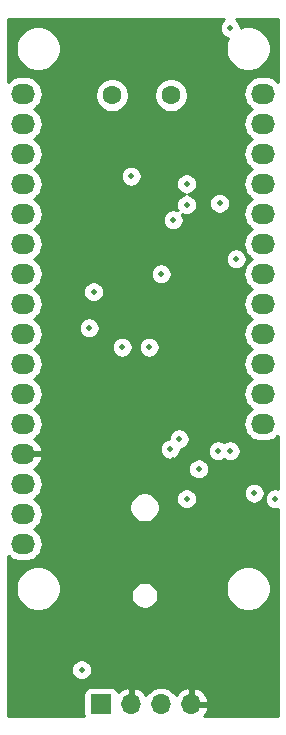
<source format=gbr>
G04 #@! TF.GenerationSoftware,KiCad,Pcbnew,(5.1.4)-1*
G04 #@! TF.CreationDate,2019-12-03T14:04:10-06:00*
G04 #@! TF.ProjectId,cutdown,63757464-6f77-46e2-9e6b-696361645f70,rev?*
G04 #@! TF.SameCoordinates,Original*
G04 #@! TF.FileFunction,Copper,L3,Inr*
G04 #@! TF.FilePolarity,Positive*
%FSLAX46Y46*%
G04 Gerber Fmt 4.6, Leading zero omitted, Abs format (unit mm)*
G04 Created by KiCad (PCBNEW (5.1.4)-1) date 2019-12-03 14:04:10*
%MOMM*%
%LPD*%
G04 APERTURE LIST*
%ADD10C,1.600000*%
%ADD11O,1.700000X1.700000*%
%ADD12R,1.700000X1.700000*%
%ADD13O,2.032000X1.727200*%
%ADD14C,0.508000*%
%ADD15C,0.254000*%
G04 APERTURE END LIST*
D10*
X188508000Y-54737000D03*
X193508000Y-54737000D03*
D11*
X195199000Y-106299000D03*
X192659000Y-106299000D03*
X190119000Y-106299000D03*
D12*
X187579000Y-106299000D03*
D13*
X180975000Y-92710000D03*
X180975000Y-90170000D03*
X180975000Y-87630000D03*
X180975000Y-85090000D03*
X180975000Y-82550000D03*
X180975000Y-80010000D03*
X180975000Y-77470000D03*
X180975000Y-74930000D03*
X180975000Y-72390000D03*
X180975000Y-69850000D03*
X180975000Y-67310000D03*
X180975000Y-64770000D03*
X180975000Y-62230000D03*
X180975000Y-59690000D03*
X180975000Y-57150000D03*
X180975000Y-54610000D03*
X201295000Y-54610000D03*
X201295000Y-57150000D03*
X201295000Y-59690000D03*
X201295000Y-62230000D03*
X201295000Y-64770000D03*
X201295000Y-67310000D03*
X201295000Y-69850000D03*
X201295000Y-72390000D03*
X201295000Y-74930000D03*
X201295000Y-77470000D03*
X201295000Y-80010000D03*
X201295000Y-82550000D03*
D14*
X186563000Y-74422000D03*
X193421000Y-84709000D03*
X197866000Y-69215000D03*
X196469000Y-67945000D03*
X185801000Y-67945000D03*
X184531000Y-69088000D03*
X188849000Y-71374000D03*
X186055000Y-81153000D03*
X186055000Y-76327000D03*
X196342000Y-81153000D03*
X196215000Y-78359000D03*
X194564000Y-69850000D03*
X193167000Y-101727000D03*
X194691000Y-49022000D03*
X201295000Y-86233000D03*
X193675000Y-85598000D03*
X198628000Y-89916000D03*
X197612000Y-60579000D03*
X186944000Y-71374000D03*
X194818000Y-62230000D03*
X192659000Y-69850000D03*
X191643000Y-76073000D03*
X198501000Y-49022000D03*
X194818000Y-64008000D03*
X194818000Y-88900000D03*
X193675000Y-65278000D03*
X200532990Y-88417400D03*
X194183000Y-83820000D03*
X190119000Y-61595000D03*
X185928000Y-103378000D03*
X197485000Y-84836000D03*
X195838000Y-86364000D03*
X202311000Y-88900000D03*
X189357000Y-76073000D03*
X199009000Y-68580000D03*
X197612000Y-63881000D03*
X198501000Y-84836000D03*
D15*
G36*
X197934296Y-48331469D02*
G01*
X197810469Y-48455296D01*
X197713179Y-48600901D01*
X197646164Y-48762688D01*
X197612000Y-48934441D01*
X197612000Y-49109559D01*
X197646164Y-49281312D01*
X197713179Y-49443099D01*
X197810469Y-49588704D01*
X197934296Y-49712531D01*
X198079901Y-49809821D01*
X198241688Y-49876836D01*
X198337924Y-49895979D01*
X198336811Y-49897644D01*
X198193209Y-50244332D01*
X198120000Y-50612374D01*
X198120000Y-50987626D01*
X198193209Y-51355668D01*
X198336811Y-51702356D01*
X198545290Y-52014366D01*
X198810634Y-52279710D01*
X199122644Y-52488189D01*
X199469332Y-52631791D01*
X199837374Y-52705000D01*
X200212626Y-52705000D01*
X200580668Y-52631791D01*
X200927356Y-52488189D01*
X201239366Y-52279710D01*
X201504710Y-52014366D01*
X201713189Y-51702356D01*
X201856791Y-51355668D01*
X201930000Y-50987626D01*
X201930000Y-50612374D01*
X201856791Y-50244332D01*
X201713189Y-49897644D01*
X201504710Y-49585634D01*
X201239366Y-49320290D01*
X200927356Y-49111811D01*
X200580668Y-48968209D01*
X200212626Y-48895000D01*
X199837374Y-48895000D01*
X199469332Y-48968209D01*
X199390000Y-49001069D01*
X199390000Y-48934441D01*
X199355836Y-48762688D01*
X199288821Y-48600901D01*
X199191531Y-48455296D01*
X199067704Y-48331469D01*
X198998158Y-48285000D01*
X202540000Y-48285000D01*
X202540000Y-53579081D01*
X202512197Y-53545203D01*
X202284006Y-53357931D01*
X202023664Y-53218775D01*
X201741177Y-53133084D01*
X201521019Y-53111400D01*
X201068981Y-53111400D01*
X200848823Y-53133084D01*
X200566336Y-53218775D01*
X200305994Y-53357931D01*
X200077803Y-53545203D01*
X199890531Y-53773394D01*
X199751375Y-54033736D01*
X199665684Y-54316223D01*
X199636749Y-54610000D01*
X199665684Y-54903777D01*
X199751375Y-55186264D01*
X199890531Y-55446606D01*
X200077803Y-55674797D01*
X200305994Y-55862069D01*
X200339540Y-55880000D01*
X200305994Y-55897931D01*
X200077803Y-56085203D01*
X199890531Y-56313394D01*
X199751375Y-56573736D01*
X199665684Y-56856223D01*
X199636749Y-57150000D01*
X199665684Y-57443777D01*
X199751375Y-57726264D01*
X199890531Y-57986606D01*
X200077803Y-58214797D01*
X200305994Y-58402069D01*
X200339540Y-58420000D01*
X200305994Y-58437931D01*
X200077803Y-58625203D01*
X199890531Y-58853394D01*
X199751375Y-59113736D01*
X199665684Y-59396223D01*
X199636749Y-59690000D01*
X199665684Y-59983777D01*
X199751375Y-60266264D01*
X199890531Y-60526606D01*
X200077803Y-60754797D01*
X200305994Y-60942069D01*
X200339540Y-60960000D01*
X200305994Y-60977931D01*
X200077803Y-61165203D01*
X199890531Y-61393394D01*
X199751375Y-61653736D01*
X199665684Y-61936223D01*
X199636749Y-62230000D01*
X199665684Y-62523777D01*
X199751375Y-62806264D01*
X199890531Y-63066606D01*
X200077803Y-63294797D01*
X200305994Y-63482069D01*
X200339540Y-63500000D01*
X200305994Y-63517931D01*
X200077803Y-63705203D01*
X199890531Y-63933394D01*
X199751375Y-64193736D01*
X199665684Y-64476223D01*
X199636749Y-64770000D01*
X199665684Y-65063777D01*
X199751375Y-65346264D01*
X199890531Y-65606606D01*
X200077803Y-65834797D01*
X200305994Y-66022069D01*
X200339540Y-66040000D01*
X200305994Y-66057931D01*
X200077803Y-66245203D01*
X199890531Y-66473394D01*
X199751375Y-66733736D01*
X199665684Y-67016223D01*
X199636749Y-67310000D01*
X199665684Y-67603777D01*
X199751375Y-67886264D01*
X199890531Y-68146606D01*
X200077803Y-68374797D01*
X200305994Y-68562069D01*
X200339540Y-68580000D01*
X200305994Y-68597931D01*
X200077803Y-68785203D01*
X199890531Y-69013394D01*
X199751375Y-69273736D01*
X199665684Y-69556223D01*
X199636749Y-69850000D01*
X199665684Y-70143777D01*
X199751375Y-70426264D01*
X199890531Y-70686606D01*
X200077803Y-70914797D01*
X200305994Y-71102069D01*
X200339540Y-71120000D01*
X200305994Y-71137931D01*
X200077803Y-71325203D01*
X199890531Y-71553394D01*
X199751375Y-71813736D01*
X199665684Y-72096223D01*
X199636749Y-72390000D01*
X199665684Y-72683777D01*
X199751375Y-72966264D01*
X199890531Y-73226606D01*
X200077803Y-73454797D01*
X200305994Y-73642069D01*
X200339540Y-73660000D01*
X200305994Y-73677931D01*
X200077803Y-73865203D01*
X199890531Y-74093394D01*
X199751375Y-74353736D01*
X199665684Y-74636223D01*
X199636749Y-74930000D01*
X199665684Y-75223777D01*
X199751375Y-75506264D01*
X199890531Y-75766606D01*
X200077803Y-75994797D01*
X200305994Y-76182069D01*
X200339540Y-76200000D01*
X200305994Y-76217931D01*
X200077803Y-76405203D01*
X199890531Y-76633394D01*
X199751375Y-76893736D01*
X199665684Y-77176223D01*
X199636749Y-77470000D01*
X199665684Y-77763777D01*
X199751375Y-78046264D01*
X199890531Y-78306606D01*
X200077803Y-78534797D01*
X200305994Y-78722069D01*
X200339540Y-78740000D01*
X200305994Y-78757931D01*
X200077803Y-78945203D01*
X199890531Y-79173394D01*
X199751375Y-79433736D01*
X199665684Y-79716223D01*
X199636749Y-80010000D01*
X199665684Y-80303777D01*
X199751375Y-80586264D01*
X199890531Y-80846606D01*
X200077803Y-81074797D01*
X200305994Y-81262069D01*
X200339540Y-81280000D01*
X200305994Y-81297931D01*
X200077803Y-81485203D01*
X199890531Y-81713394D01*
X199751375Y-81973736D01*
X199665684Y-82256223D01*
X199636749Y-82550000D01*
X199665684Y-82843777D01*
X199751375Y-83126264D01*
X199890531Y-83386606D01*
X200077803Y-83614797D01*
X200305994Y-83802069D01*
X200566336Y-83941225D01*
X200848823Y-84026916D01*
X201068981Y-84048600D01*
X201521019Y-84048600D01*
X201741177Y-84026916D01*
X202023664Y-83941225D01*
X202284006Y-83802069D01*
X202512197Y-83614797D01*
X202540001Y-83580918D01*
X202540001Y-88039135D01*
X202398559Y-88011000D01*
X202223441Y-88011000D01*
X202051688Y-88045164D01*
X201889901Y-88112179D01*
X201744296Y-88209469D01*
X201620469Y-88333296D01*
X201523179Y-88478901D01*
X201456164Y-88640688D01*
X201422000Y-88812441D01*
X201422000Y-88987559D01*
X201456164Y-89159312D01*
X201523179Y-89321099D01*
X201620469Y-89466704D01*
X201744296Y-89590531D01*
X201889901Y-89687821D01*
X202051688Y-89754836D01*
X202223441Y-89789000D01*
X202398559Y-89789000D01*
X202540001Y-89760865D01*
X202540001Y-107290000D01*
X196295346Y-107290000D01*
X196394178Y-107180355D01*
X196543157Y-106930252D01*
X196640481Y-106655891D01*
X196519814Y-106426000D01*
X195326000Y-106426000D01*
X195326000Y-106446000D01*
X195072000Y-106446000D01*
X195072000Y-106426000D01*
X195052000Y-106426000D01*
X195052000Y-106172000D01*
X195072000Y-106172000D01*
X195072000Y-104978845D01*
X195326000Y-104978845D01*
X195326000Y-106172000D01*
X196519814Y-106172000D01*
X196640481Y-105942109D01*
X196543157Y-105667748D01*
X196394178Y-105417645D01*
X196199269Y-105201412D01*
X195965920Y-105027359D01*
X195703099Y-104902175D01*
X195555890Y-104857524D01*
X195326000Y-104978845D01*
X195072000Y-104978845D01*
X194842110Y-104857524D01*
X194694901Y-104902175D01*
X194432080Y-105027359D01*
X194198731Y-105201412D01*
X194003822Y-105417645D01*
X193934201Y-105534523D01*
X193899706Y-105469986D01*
X193714134Y-105243866D01*
X193488014Y-105058294D01*
X193230034Y-104920401D01*
X192950111Y-104835487D01*
X192731950Y-104814000D01*
X192586050Y-104814000D01*
X192367889Y-104835487D01*
X192087966Y-104920401D01*
X191829986Y-105058294D01*
X191603866Y-105243866D01*
X191418294Y-105469986D01*
X191383799Y-105534523D01*
X191314178Y-105417645D01*
X191119269Y-105201412D01*
X190885920Y-105027359D01*
X190623099Y-104902175D01*
X190475890Y-104857524D01*
X190246000Y-104978845D01*
X190246000Y-106172000D01*
X190266000Y-106172000D01*
X190266000Y-106426000D01*
X190246000Y-106426000D01*
X190246000Y-106446000D01*
X189992000Y-106446000D01*
X189992000Y-106426000D01*
X189972000Y-106426000D01*
X189972000Y-106172000D01*
X189992000Y-106172000D01*
X189992000Y-104978845D01*
X189762110Y-104857524D01*
X189614901Y-104902175D01*
X189352080Y-105027359D01*
X189118731Y-105201412D01*
X189042966Y-105285466D01*
X189018502Y-105204820D01*
X188959537Y-105094506D01*
X188880185Y-104997815D01*
X188783494Y-104918463D01*
X188673180Y-104859498D01*
X188553482Y-104823188D01*
X188429000Y-104810928D01*
X186729000Y-104810928D01*
X186604518Y-104823188D01*
X186484820Y-104859498D01*
X186374506Y-104918463D01*
X186277815Y-104997815D01*
X186198463Y-105094506D01*
X186139498Y-105204820D01*
X186103188Y-105324518D01*
X186090928Y-105449000D01*
X186090928Y-107149000D01*
X186103188Y-107273482D01*
X186108199Y-107290000D01*
X179730000Y-107290000D01*
X179730000Y-103290441D01*
X185039000Y-103290441D01*
X185039000Y-103465559D01*
X185073164Y-103637312D01*
X185140179Y-103799099D01*
X185237469Y-103944704D01*
X185361296Y-104068531D01*
X185506901Y-104165821D01*
X185668688Y-104232836D01*
X185840441Y-104267000D01*
X186015559Y-104267000D01*
X186187312Y-104232836D01*
X186349099Y-104165821D01*
X186494704Y-104068531D01*
X186618531Y-103944704D01*
X186715821Y-103799099D01*
X186782836Y-103637312D01*
X186817000Y-103465559D01*
X186817000Y-103290441D01*
X186782836Y-103118688D01*
X186715821Y-102956901D01*
X186618531Y-102811296D01*
X186494704Y-102687469D01*
X186349099Y-102590179D01*
X186187312Y-102523164D01*
X186015559Y-102489000D01*
X185840441Y-102489000D01*
X185668688Y-102523164D01*
X185506901Y-102590179D01*
X185361296Y-102687469D01*
X185237469Y-102811296D01*
X185140179Y-102956901D01*
X185073164Y-103118688D01*
X185039000Y-103290441D01*
X179730000Y-103290441D01*
X179730000Y-96332374D01*
X180340000Y-96332374D01*
X180340000Y-96707626D01*
X180413209Y-97075668D01*
X180556811Y-97422356D01*
X180765290Y-97734366D01*
X181030634Y-97999710D01*
X181342644Y-98208189D01*
X181689332Y-98351791D01*
X182057374Y-98425000D01*
X182432626Y-98425000D01*
X182800668Y-98351791D01*
X183147356Y-98208189D01*
X183459366Y-97999710D01*
X183724710Y-97734366D01*
X183933189Y-97422356D01*
X184076791Y-97075668D01*
X184100644Y-96955750D01*
X190102000Y-96955750D01*
X190102000Y-97184250D01*
X190146578Y-97408360D01*
X190234021Y-97619466D01*
X190360969Y-97809457D01*
X190522543Y-97971031D01*
X190712534Y-98097979D01*
X190923640Y-98185422D01*
X191147750Y-98230000D01*
X191376250Y-98230000D01*
X191600360Y-98185422D01*
X191811466Y-98097979D01*
X192001457Y-97971031D01*
X192163031Y-97809457D01*
X192289979Y-97619466D01*
X192377422Y-97408360D01*
X192422000Y-97184250D01*
X192422000Y-96955750D01*
X192377422Y-96731640D01*
X192289979Y-96520534D01*
X192164255Y-96332374D01*
X198120000Y-96332374D01*
X198120000Y-96707626D01*
X198193209Y-97075668D01*
X198336811Y-97422356D01*
X198545290Y-97734366D01*
X198810634Y-97999710D01*
X199122644Y-98208189D01*
X199469332Y-98351791D01*
X199837374Y-98425000D01*
X200212626Y-98425000D01*
X200580668Y-98351791D01*
X200927356Y-98208189D01*
X201239366Y-97999710D01*
X201504710Y-97734366D01*
X201713189Y-97422356D01*
X201856791Y-97075668D01*
X201930000Y-96707626D01*
X201930000Y-96332374D01*
X201856791Y-95964332D01*
X201713189Y-95617644D01*
X201504710Y-95305634D01*
X201239366Y-95040290D01*
X200927356Y-94831811D01*
X200580668Y-94688209D01*
X200212626Y-94615000D01*
X199837374Y-94615000D01*
X199469332Y-94688209D01*
X199122644Y-94831811D01*
X198810634Y-95040290D01*
X198545290Y-95305634D01*
X198336811Y-95617644D01*
X198193209Y-95964332D01*
X198120000Y-96332374D01*
X192164255Y-96332374D01*
X192163031Y-96330543D01*
X192001457Y-96168969D01*
X191811466Y-96042021D01*
X191600360Y-95954578D01*
X191376250Y-95910000D01*
X191147750Y-95910000D01*
X190923640Y-95954578D01*
X190712534Y-96042021D01*
X190522543Y-96168969D01*
X190360969Y-96330543D01*
X190234021Y-96520534D01*
X190146578Y-96731640D01*
X190102000Y-96955750D01*
X184100644Y-96955750D01*
X184150000Y-96707626D01*
X184150000Y-96332374D01*
X184076791Y-95964332D01*
X183933189Y-95617644D01*
X183724710Y-95305634D01*
X183459366Y-95040290D01*
X183147356Y-94831811D01*
X182800668Y-94688209D01*
X182432626Y-94615000D01*
X182057374Y-94615000D01*
X181689332Y-94688209D01*
X181342644Y-94831811D01*
X181030634Y-95040290D01*
X180765290Y-95305634D01*
X180556811Y-95617644D01*
X180413209Y-95964332D01*
X180340000Y-96332374D01*
X179730000Y-96332374D01*
X179730000Y-93740919D01*
X179757803Y-93774797D01*
X179985994Y-93962069D01*
X180246336Y-94101225D01*
X180528823Y-94186916D01*
X180748981Y-94208600D01*
X181201019Y-94208600D01*
X181421177Y-94186916D01*
X181703664Y-94101225D01*
X181964006Y-93962069D01*
X182192197Y-93774797D01*
X182379469Y-93546606D01*
X182518625Y-93286264D01*
X182604316Y-93003777D01*
X182633251Y-92710000D01*
X182604316Y-92416223D01*
X182518625Y-92133736D01*
X182379469Y-91873394D01*
X182192197Y-91645203D01*
X181964006Y-91457931D01*
X181930460Y-91440000D01*
X181964006Y-91422069D01*
X182192197Y-91234797D01*
X182379469Y-91006606D01*
X182518625Y-90746264D01*
X182604316Y-90463777D01*
X182633251Y-90170000D01*
X182604316Y-89876223D01*
X182518625Y-89593736D01*
X182465016Y-89493439D01*
X189977000Y-89493439D01*
X189977000Y-89746561D01*
X190026381Y-89994821D01*
X190123247Y-90228676D01*
X190263875Y-90439140D01*
X190442860Y-90618125D01*
X190653324Y-90758753D01*
X190887179Y-90855619D01*
X191135439Y-90905000D01*
X191388561Y-90905000D01*
X191636821Y-90855619D01*
X191870676Y-90758753D01*
X192081140Y-90618125D01*
X192260125Y-90439140D01*
X192400753Y-90228676D01*
X192497619Y-89994821D01*
X192547000Y-89746561D01*
X192547000Y-89493439D01*
X192497619Y-89245179D01*
X192400753Y-89011324D01*
X192267864Y-88812441D01*
X193929000Y-88812441D01*
X193929000Y-88987559D01*
X193963164Y-89159312D01*
X194030179Y-89321099D01*
X194127469Y-89466704D01*
X194251296Y-89590531D01*
X194396901Y-89687821D01*
X194558688Y-89754836D01*
X194730441Y-89789000D01*
X194905559Y-89789000D01*
X195077312Y-89754836D01*
X195239099Y-89687821D01*
X195384704Y-89590531D01*
X195508531Y-89466704D01*
X195605821Y-89321099D01*
X195672836Y-89159312D01*
X195707000Y-88987559D01*
X195707000Y-88812441D01*
X195672836Y-88640688D01*
X195605821Y-88478901D01*
X195508531Y-88333296D01*
X195505076Y-88329841D01*
X199643990Y-88329841D01*
X199643990Y-88504959D01*
X199678154Y-88676712D01*
X199745169Y-88838499D01*
X199842459Y-88984104D01*
X199966286Y-89107931D01*
X200111891Y-89205221D01*
X200273678Y-89272236D01*
X200445431Y-89306400D01*
X200620549Y-89306400D01*
X200792302Y-89272236D01*
X200954089Y-89205221D01*
X201099694Y-89107931D01*
X201223521Y-88984104D01*
X201320811Y-88838499D01*
X201387826Y-88676712D01*
X201421990Y-88504959D01*
X201421990Y-88329841D01*
X201387826Y-88158088D01*
X201320811Y-87996301D01*
X201223521Y-87850696D01*
X201099694Y-87726869D01*
X200954089Y-87629579D01*
X200792302Y-87562564D01*
X200620549Y-87528400D01*
X200445431Y-87528400D01*
X200273678Y-87562564D01*
X200111891Y-87629579D01*
X199966286Y-87726869D01*
X199842459Y-87850696D01*
X199745169Y-87996301D01*
X199678154Y-88158088D01*
X199643990Y-88329841D01*
X195505076Y-88329841D01*
X195384704Y-88209469D01*
X195239099Y-88112179D01*
X195077312Y-88045164D01*
X194905559Y-88011000D01*
X194730441Y-88011000D01*
X194558688Y-88045164D01*
X194396901Y-88112179D01*
X194251296Y-88209469D01*
X194127469Y-88333296D01*
X194030179Y-88478901D01*
X193963164Y-88640688D01*
X193929000Y-88812441D01*
X192267864Y-88812441D01*
X192260125Y-88800860D01*
X192081140Y-88621875D01*
X191870676Y-88481247D01*
X191636821Y-88384381D01*
X191388561Y-88335000D01*
X191135439Y-88335000D01*
X190887179Y-88384381D01*
X190653324Y-88481247D01*
X190442860Y-88621875D01*
X190263875Y-88800860D01*
X190123247Y-89011324D01*
X190026381Y-89245179D01*
X189977000Y-89493439D01*
X182465016Y-89493439D01*
X182379469Y-89333394D01*
X182192197Y-89105203D01*
X181964006Y-88917931D01*
X181930460Y-88900000D01*
X181964006Y-88882069D01*
X182192197Y-88694797D01*
X182379469Y-88466606D01*
X182518625Y-88206264D01*
X182604316Y-87923777D01*
X182633251Y-87630000D01*
X182604316Y-87336223D01*
X182518625Y-87053736D01*
X182379469Y-86793394D01*
X182192197Y-86565203D01*
X181964006Y-86377931D01*
X181924053Y-86356576D01*
X182033725Y-86276441D01*
X194949000Y-86276441D01*
X194949000Y-86451559D01*
X194983164Y-86623312D01*
X195050179Y-86785099D01*
X195147469Y-86930704D01*
X195271296Y-87054531D01*
X195416901Y-87151821D01*
X195578688Y-87218836D01*
X195750441Y-87253000D01*
X195925559Y-87253000D01*
X196097312Y-87218836D01*
X196259099Y-87151821D01*
X196404704Y-87054531D01*
X196528531Y-86930704D01*
X196625821Y-86785099D01*
X196692836Y-86623312D01*
X196727000Y-86451559D01*
X196727000Y-86276441D01*
X196692836Y-86104688D01*
X196625821Y-85942901D01*
X196528531Y-85797296D01*
X196404704Y-85673469D01*
X196259099Y-85576179D01*
X196097312Y-85509164D01*
X195925559Y-85475000D01*
X195750441Y-85475000D01*
X195578688Y-85509164D01*
X195416901Y-85576179D01*
X195271296Y-85673469D01*
X195147469Y-85797296D01*
X195050179Y-85942901D01*
X194983164Y-86104688D01*
X194949000Y-86276441D01*
X182033725Y-86276441D01*
X182126729Y-86208486D01*
X182325733Y-85992035D01*
X182478686Y-85740919D01*
X182579709Y-85464789D01*
X182582358Y-85449026D01*
X182461217Y-85217000D01*
X181102000Y-85217000D01*
X181102000Y-85237000D01*
X180848000Y-85237000D01*
X180848000Y-85217000D01*
X180828000Y-85217000D01*
X180828000Y-84963000D01*
X180848000Y-84963000D01*
X180848000Y-84943000D01*
X181102000Y-84943000D01*
X181102000Y-84963000D01*
X182461217Y-84963000D01*
X182582358Y-84730974D01*
X182579709Y-84715211D01*
X182545403Y-84621441D01*
X192532000Y-84621441D01*
X192532000Y-84796559D01*
X192566164Y-84968312D01*
X192633179Y-85130099D01*
X192730469Y-85275704D01*
X192854296Y-85399531D01*
X192999901Y-85496821D01*
X193161688Y-85563836D01*
X193333441Y-85598000D01*
X193508559Y-85598000D01*
X193680312Y-85563836D01*
X193842099Y-85496821D01*
X193987704Y-85399531D01*
X194111531Y-85275704D01*
X194208821Y-85130099D01*
X194275836Y-84968312D01*
X194310000Y-84796559D01*
X194310000Y-84748441D01*
X196596000Y-84748441D01*
X196596000Y-84923559D01*
X196630164Y-85095312D01*
X196697179Y-85257099D01*
X196794469Y-85402704D01*
X196918296Y-85526531D01*
X197063901Y-85623821D01*
X197225688Y-85690836D01*
X197397441Y-85725000D01*
X197572559Y-85725000D01*
X197744312Y-85690836D01*
X197906099Y-85623821D01*
X197993000Y-85565756D01*
X198079901Y-85623821D01*
X198241688Y-85690836D01*
X198413441Y-85725000D01*
X198588559Y-85725000D01*
X198760312Y-85690836D01*
X198922099Y-85623821D01*
X199067704Y-85526531D01*
X199191531Y-85402704D01*
X199288821Y-85257099D01*
X199355836Y-85095312D01*
X199390000Y-84923559D01*
X199390000Y-84748441D01*
X199355836Y-84576688D01*
X199288821Y-84414901D01*
X199191531Y-84269296D01*
X199067704Y-84145469D01*
X198922099Y-84048179D01*
X198760312Y-83981164D01*
X198588559Y-83947000D01*
X198413441Y-83947000D01*
X198241688Y-83981164D01*
X198079901Y-84048179D01*
X197993000Y-84106244D01*
X197906099Y-84048179D01*
X197744312Y-83981164D01*
X197572559Y-83947000D01*
X197397441Y-83947000D01*
X197225688Y-83981164D01*
X197063901Y-84048179D01*
X196918296Y-84145469D01*
X196794469Y-84269296D01*
X196697179Y-84414901D01*
X196630164Y-84576688D01*
X196596000Y-84748441D01*
X194310000Y-84748441D01*
X194310000Y-84701155D01*
X194442312Y-84674836D01*
X194604099Y-84607821D01*
X194749704Y-84510531D01*
X194873531Y-84386704D01*
X194970821Y-84241099D01*
X195037836Y-84079312D01*
X195072000Y-83907559D01*
X195072000Y-83732441D01*
X195037836Y-83560688D01*
X194970821Y-83398901D01*
X194873531Y-83253296D01*
X194749704Y-83129469D01*
X194604099Y-83032179D01*
X194442312Y-82965164D01*
X194270559Y-82931000D01*
X194095441Y-82931000D01*
X193923688Y-82965164D01*
X193761901Y-83032179D01*
X193616296Y-83129469D01*
X193492469Y-83253296D01*
X193395179Y-83398901D01*
X193328164Y-83560688D01*
X193294000Y-83732441D01*
X193294000Y-83827845D01*
X193161688Y-83854164D01*
X192999901Y-83921179D01*
X192854296Y-84018469D01*
X192730469Y-84142296D01*
X192633179Y-84287901D01*
X192566164Y-84449688D01*
X192532000Y-84621441D01*
X182545403Y-84621441D01*
X182478686Y-84439081D01*
X182325733Y-84187965D01*
X182126729Y-83971514D01*
X181924053Y-83823424D01*
X181964006Y-83802069D01*
X182192197Y-83614797D01*
X182379469Y-83386606D01*
X182518625Y-83126264D01*
X182604316Y-82843777D01*
X182633251Y-82550000D01*
X182604316Y-82256223D01*
X182518625Y-81973736D01*
X182379469Y-81713394D01*
X182192197Y-81485203D01*
X181964006Y-81297931D01*
X181930460Y-81280000D01*
X181964006Y-81262069D01*
X182192197Y-81074797D01*
X182379469Y-80846606D01*
X182518625Y-80586264D01*
X182604316Y-80303777D01*
X182633251Y-80010000D01*
X182604316Y-79716223D01*
X182518625Y-79433736D01*
X182379469Y-79173394D01*
X182192197Y-78945203D01*
X181964006Y-78757931D01*
X181930460Y-78740000D01*
X181964006Y-78722069D01*
X182192197Y-78534797D01*
X182379469Y-78306606D01*
X182518625Y-78046264D01*
X182604316Y-77763777D01*
X182633251Y-77470000D01*
X182604316Y-77176223D01*
X182518625Y-76893736D01*
X182379469Y-76633394D01*
X182192197Y-76405203D01*
X181964006Y-76217931D01*
X181930460Y-76200000D01*
X181964006Y-76182069D01*
X182192197Y-75994797D01*
X182199875Y-75985441D01*
X188468000Y-75985441D01*
X188468000Y-76160559D01*
X188502164Y-76332312D01*
X188569179Y-76494099D01*
X188666469Y-76639704D01*
X188790296Y-76763531D01*
X188935901Y-76860821D01*
X189097688Y-76927836D01*
X189269441Y-76962000D01*
X189444559Y-76962000D01*
X189616312Y-76927836D01*
X189778099Y-76860821D01*
X189923704Y-76763531D01*
X190047531Y-76639704D01*
X190144821Y-76494099D01*
X190211836Y-76332312D01*
X190246000Y-76160559D01*
X190246000Y-75985441D01*
X190754000Y-75985441D01*
X190754000Y-76160559D01*
X190788164Y-76332312D01*
X190855179Y-76494099D01*
X190952469Y-76639704D01*
X191076296Y-76763531D01*
X191221901Y-76860821D01*
X191383688Y-76927836D01*
X191555441Y-76962000D01*
X191730559Y-76962000D01*
X191902312Y-76927836D01*
X192064099Y-76860821D01*
X192209704Y-76763531D01*
X192333531Y-76639704D01*
X192430821Y-76494099D01*
X192497836Y-76332312D01*
X192532000Y-76160559D01*
X192532000Y-75985441D01*
X192497836Y-75813688D01*
X192430821Y-75651901D01*
X192333531Y-75506296D01*
X192209704Y-75382469D01*
X192064099Y-75285179D01*
X191902312Y-75218164D01*
X191730559Y-75184000D01*
X191555441Y-75184000D01*
X191383688Y-75218164D01*
X191221901Y-75285179D01*
X191076296Y-75382469D01*
X190952469Y-75506296D01*
X190855179Y-75651901D01*
X190788164Y-75813688D01*
X190754000Y-75985441D01*
X190246000Y-75985441D01*
X190211836Y-75813688D01*
X190144821Y-75651901D01*
X190047531Y-75506296D01*
X189923704Y-75382469D01*
X189778099Y-75285179D01*
X189616312Y-75218164D01*
X189444559Y-75184000D01*
X189269441Y-75184000D01*
X189097688Y-75218164D01*
X188935901Y-75285179D01*
X188790296Y-75382469D01*
X188666469Y-75506296D01*
X188569179Y-75651901D01*
X188502164Y-75813688D01*
X188468000Y-75985441D01*
X182199875Y-75985441D01*
X182379469Y-75766606D01*
X182518625Y-75506264D01*
X182604316Y-75223777D01*
X182633251Y-74930000D01*
X182604316Y-74636223D01*
X182518625Y-74353736D01*
X182508312Y-74334441D01*
X185674000Y-74334441D01*
X185674000Y-74509559D01*
X185708164Y-74681312D01*
X185775179Y-74843099D01*
X185872469Y-74988704D01*
X185996296Y-75112531D01*
X186141901Y-75209821D01*
X186303688Y-75276836D01*
X186475441Y-75311000D01*
X186650559Y-75311000D01*
X186822312Y-75276836D01*
X186984099Y-75209821D01*
X187129704Y-75112531D01*
X187253531Y-74988704D01*
X187350821Y-74843099D01*
X187417836Y-74681312D01*
X187452000Y-74509559D01*
X187452000Y-74334441D01*
X187417836Y-74162688D01*
X187350821Y-74000901D01*
X187253531Y-73855296D01*
X187129704Y-73731469D01*
X186984099Y-73634179D01*
X186822312Y-73567164D01*
X186650559Y-73533000D01*
X186475441Y-73533000D01*
X186303688Y-73567164D01*
X186141901Y-73634179D01*
X185996296Y-73731469D01*
X185872469Y-73855296D01*
X185775179Y-74000901D01*
X185708164Y-74162688D01*
X185674000Y-74334441D01*
X182508312Y-74334441D01*
X182379469Y-74093394D01*
X182192197Y-73865203D01*
X181964006Y-73677931D01*
X181930460Y-73660000D01*
X181964006Y-73642069D01*
X182192197Y-73454797D01*
X182379469Y-73226606D01*
X182518625Y-72966264D01*
X182604316Y-72683777D01*
X182633251Y-72390000D01*
X182604316Y-72096223D01*
X182518625Y-71813736D01*
X182379469Y-71553394D01*
X182192197Y-71325203D01*
X182144966Y-71286441D01*
X186055000Y-71286441D01*
X186055000Y-71461559D01*
X186089164Y-71633312D01*
X186156179Y-71795099D01*
X186253469Y-71940704D01*
X186377296Y-72064531D01*
X186522901Y-72161821D01*
X186684688Y-72228836D01*
X186856441Y-72263000D01*
X187031559Y-72263000D01*
X187203312Y-72228836D01*
X187365099Y-72161821D01*
X187510704Y-72064531D01*
X187634531Y-71940704D01*
X187731821Y-71795099D01*
X187798836Y-71633312D01*
X187833000Y-71461559D01*
X187833000Y-71286441D01*
X187798836Y-71114688D01*
X187731821Y-70952901D01*
X187634531Y-70807296D01*
X187510704Y-70683469D01*
X187365099Y-70586179D01*
X187203312Y-70519164D01*
X187031559Y-70485000D01*
X186856441Y-70485000D01*
X186684688Y-70519164D01*
X186522901Y-70586179D01*
X186377296Y-70683469D01*
X186253469Y-70807296D01*
X186156179Y-70952901D01*
X186089164Y-71114688D01*
X186055000Y-71286441D01*
X182144966Y-71286441D01*
X181964006Y-71137931D01*
X181930460Y-71120000D01*
X181964006Y-71102069D01*
X182192197Y-70914797D01*
X182379469Y-70686606D01*
X182518625Y-70426264D01*
X182604316Y-70143777D01*
X182633251Y-69850000D01*
X182624628Y-69762441D01*
X191770000Y-69762441D01*
X191770000Y-69937559D01*
X191804164Y-70109312D01*
X191871179Y-70271099D01*
X191968469Y-70416704D01*
X192092296Y-70540531D01*
X192237901Y-70637821D01*
X192399688Y-70704836D01*
X192571441Y-70739000D01*
X192746559Y-70739000D01*
X192918312Y-70704836D01*
X193080099Y-70637821D01*
X193225704Y-70540531D01*
X193349531Y-70416704D01*
X193446821Y-70271099D01*
X193513836Y-70109312D01*
X193548000Y-69937559D01*
X193548000Y-69762441D01*
X193513836Y-69590688D01*
X193446821Y-69428901D01*
X193349531Y-69283296D01*
X193225704Y-69159469D01*
X193080099Y-69062179D01*
X192918312Y-68995164D01*
X192746559Y-68961000D01*
X192571441Y-68961000D01*
X192399688Y-68995164D01*
X192237901Y-69062179D01*
X192092296Y-69159469D01*
X191968469Y-69283296D01*
X191871179Y-69428901D01*
X191804164Y-69590688D01*
X191770000Y-69762441D01*
X182624628Y-69762441D01*
X182604316Y-69556223D01*
X182518625Y-69273736D01*
X182379469Y-69013394D01*
X182192197Y-68785203D01*
X181964006Y-68597931D01*
X181930460Y-68580000D01*
X181964006Y-68562069D01*
X182048847Y-68492441D01*
X198120000Y-68492441D01*
X198120000Y-68667559D01*
X198154164Y-68839312D01*
X198221179Y-69001099D01*
X198318469Y-69146704D01*
X198442296Y-69270531D01*
X198587901Y-69367821D01*
X198749688Y-69434836D01*
X198921441Y-69469000D01*
X199096559Y-69469000D01*
X199268312Y-69434836D01*
X199430099Y-69367821D01*
X199575704Y-69270531D01*
X199699531Y-69146704D01*
X199796821Y-69001099D01*
X199863836Y-68839312D01*
X199898000Y-68667559D01*
X199898000Y-68492441D01*
X199863836Y-68320688D01*
X199796821Y-68158901D01*
X199699531Y-68013296D01*
X199575704Y-67889469D01*
X199430099Y-67792179D01*
X199268312Y-67725164D01*
X199096559Y-67691000D01*
X198921441Y-67691000D01*
X198749688Y-67725164D01*
X198587901Y-67792179D01*
X198442296Y-67889469D01*
X198318469Y-68013296D01*
X198221179Y-68158901D01*
X198154164Y-68320688D01*
X198120000Y-68492441D01*
X182048847Y-68492441D01*
X182192197Y-68374797D01*
X182379469Y-68146606D01*
X182518625Y-67886264D01*
X182604316Y-67603777D01*
X182633251Y-67310000D01*
X182604316Y-67016223D01*
X182518625Y-66733736D01*
X182379469Y-66473394D01*
X182192197Y-66245203D01*
X181964006Y-66057931D01*
X181930460Y-66040000D01*
X181964006Y-66022069D01*
X182192197Y-65834797D01*
X182379469Y-65606606D01*
X182518625Y-65346264D01*
X182565893Y-65190441D01*
X192786000Y-65190441D01*
X192786000Y-65365559D01*
X192820164Y-65537312D01*
X192887179Y-65699099D01*
X192984469Y-65844704D01*
X193108296Y-65968531D01*
X193253901Y-66065821D01*
X193415688Y-66132836D01*
X193587441Y-66167000D01*
X193762559Y-66167000D01*
X193934312Y-66132836D01*
X194096099Y-66065821D01*
X194241704Y-65968531D01*
X194365531Y-65844704D01*
X194462821Y-65699099D01*
X194529836Y-65537312D01*
X194564000Y-65365559D01*
X194564000Y-65190441D01*
X194529836Y-65018688D01*
X194462821Y-64856901D01*
X194431617Y-64810201D01*
X194558688Y-64862836D01*
X194730441Y-64897000D01*
X194905559Y-64897000D01*
X195077312Y-64862836D01*
X195239099Y-64795821D01*
X195384704Y-64698531D01*
X195508531Y-64574704D01*
X195605821Y-64429099D01*
X195672836Y-64267312D01*
X195707000Y-64095559D01*
X195707000Y-63920441D01*
X195681738Y-63793441D01*
X196723000Y-63793441D01*
X196723000Y-63968559D01*
X196757164Y-64140312D01*
X196824179Y-64302099D01*
X196921469Y-64447704D01*
X197045296Y-64571531D01*
X197190901Y-64668821D01*
X197352688Y-64735836D01*
X197524441Y-64770000D01*
X197699559Y-64770000D01*
X197871312Y-64735836D01*
X198033099Y-64668821D01*
X198178704Y-64571531D01*
X198302531Y-64447704D01*
X198399821Y-64302099D01*
X198466836Y-64140312D01*
X198501000Y-63968559D01*
X198501000Y-63793441D01*
X198466836Y-63621688D01*
X198399821Y-63459901D01*
X198302531Y-63314296D01*
X198178704Y-63190469D01*
X198033099Y-63093179D01*
X197871312Y-63026164D01*
X197699559Y-62992000D01*
X197524441Y-62992000D01*
X197352688Y-63026164D01*
X197190901Y-63093179D01*
X197045296Y-63190469D01*
X196921469Y-63314296D01*
X196824179Y-63459901D01*
X196757164Y-63621688D01*
X196723000Y-63793441D01*
X195681738Y-63793441D01*
X195672836Y-63748688D01*
X195605821Y-63586901D01*
X195508531Y-63441296D01*
X195384704Y-63317469D01*
X195239099Y-63220179D01*
X195077312Y-63153164D01*
X194905559Y-63119000D01*
X195077312Y-63084836D01*
X195239099Y-63017821D01*
X195384704Y-62920531D01*
X195508531Y-62796704D01*
X195605821Y-62651099D01*
X195672836Y-62489312D01*
X195707000Y-62317559D01*
X195707000Y-62142441D01*
X195672836Y-61970688D01*
X195605821Y-61808901D01*
X195508531Y-61663296D01*
X195384704Y-61539469D01*
X195239099Y-61442179D01*
X195077312Y-61375164D01*
X194905559Y-61341000D01*
X194730441Y-61341000D01*
X194558688Y-61375164D01*
X194396901Y-61442179D01*
X194251296Y-61539469D01*
X194127469Y-61663296D01*
X194030179Y-61808901D01*
X193963164Y-61970688D01*
X193929000Y-62142441D01*
X193929000Y-62317559D01*
X193963164Y-62489312D01*
X194030179Y-62651099D01*
X194127469Y-62796704D01*
X194251296Y-62920531D01*
X194396901Y-63017821D01*
X194558688Y-63084836D01*
X194730441Y-63119000D01*
X194558688Y-63153164D01*
X194396901Y-63220179D01*
X194251296Y-63317469D01*
X194127469Y-63441296D01*
X194030179Y-63586901D01*
X193963164Y-63748688D01*
X193929000Y-63920441D01*
X193929000Y-64095559D01*
X193963164Y-64267312D01*
X194030179Y-64429099D01*
X194061383Y-64475799D01*
X193934312Y-64423164D01*
X193762559Y-64389000D01*
X193587441Y-64389000D01*
X193415688Y-64423164D01*
X193253901Y-64490179D01*
X193108296Y-64587469D01*
X192984469Y-64711296D01*
X192887179Y-64856901D01*
X192820164Y-65018688D01*
X192786000Y-65190441D01*
X182565893Y-65190441D01*
X182604316Y-65063777D01*
X182633251Y-64770000D01*
X182604316Y-64476223D01*
X182518625Y-64193736D01*
X182379469Y-63933394D01*
X182192197Y-63705203D01*
X181964006Y-63517931D01*
X181930460Y-63500000D01*
X181964006Y-63482069D01*
X182192197Y-63294797D01*
X182379469Y-63066606D01*
X182518625Y-62806264D01*
X182604316Y-62523777D01*
X182633251Y-62230000D01*
X182604316Y-61936223D01*
X182518625Y-61653736D01*
X182440429Y-61507441D01*
X189230000Y-61507441D01*
X189230000Y-61682559D01*
X189264164Y-61854312D01*
X189331179Y-62016099D01*
X189428469Y-62161704D01*
X189552296Y-62285531D01*
X189697901Y-62382821D01*
X189859688Y-62449836D01*
X190031441Y-62484000D01*
X190206559Y-62484000D01*
X190378312Y-62449836D01*
X190540099Y-62382821D01*
X190685704Y-62285531D01*
X190809531Y-62161704D01*
X190906821Y-62016099D01*
X190973836Y-61854312D01*
X191008000Y-61682559D01*
X191008000Y-61507441D01*
X190973836Y-61335688D01*
X190906821Y-61173901D01*
X190809531Y-61028296D01*
X190685704Y-60904469D01*
X190540099Y-60807179D01*
X190378312Y-60740164D01*
X190206559Y-60706000D01*
X190031441Y-60706000D01*
X189859688Y-60740164D01*
X189697901Y-60807179D01*
X189552296Y-60904469D01*
X189428469Y-61028296D01*
X189331179Y-61173901D01*
X189264164Y-61335688D01*
X189230000Y-61507441D01*
X182440429Y-61507441D01*
X182379469Y-61393394D01*
X182192197Y-61165203D01*
X181964006Y-60977931D01*
X181930460Y-60960000D01*
X181964006Y-60942069D01*
X182192197Y-60754797D01*
X182379469Y-60526606D01*
X182518625Y-60266264D01*
X182604316Y-59983777D01*
X182633251Y-59690000D01*
X182604316Y-59396223D01*
X182518625Y-59113736D01*
X182379469Y-58853394D01*
X182192197Y-58625203D01*
X181964006Y-58437931D01*
X181930460Y-58420000D01*
X181964006Y-58402069D01*
X182192197Y-58214797D01*
X182379469Y-57986606D01*
X182518625Y-57726264D01*
X182604316Y-57443777D01*
X182633251Y-57150000D01*
X182604316Y-56856223D01*
X182518625Y-56573736D01*
X182379469Y-56313394D01*
X182192197Y-56085203D01*
X181964006Y-55897931D01*
X181930460Y-55880000D01*
X181964006Y-55862069D01*
X182192197Y-55674797D01*
X182379469Y-55446606D01*
X182518625Y-55186264D01*
X182604316Y-54903777D01*
X182633251Y-54610000D01*
X182631840Y-54595665D01*
X187073000Y-54595665D01*
X187073000Y-54878335D01*
X187128147Y-55155574D01*
X187236320Y-55416727D01*
X187393363Y-55651759D01*
X187593241Y-55851637D01*
X187828273Y-56008680D01*
X188089426Y-56116853D01*
X188366665Y-56172000D01*
X188649335Y-56172000D01*
X188926574Y-56116853D01*
X189187727Y-56008680D01*
X189422759Y-55851637D01*
X189622637Y-55651759D01*
X189779680Y-55416727D01*
X189887853Y-55155574D01*
X189943000Y-54878335D01*
X189943000Y-54595665D01*
X192073000Y-54595665D01*
X192073000Y-54878335D01*
X192128147Y-55155574D01*
X192236320Y-55416727D01*
X192393363Y-55651759D01*
X192593241Y-55851637D01*
X192828273Y-56008680D01*
X193089426Y-56116853D01*
X193366665Y-56172000D01*
X193649335Y-56172000D01*
X193926574Y-56116853D01*
X194187727Y-56008680D01*
X194422759Y-55851637D01*
X194622637Y-55651759D01*
X194779680Y-55416727D01*
X194887853Y-55155574D01*
X194943000Y-54878335D01*
X194943000Y-54595665D01*
X194887853Y-54318426D01*
X194779680Y-54057273D01*
X194622637Y-53822241D01*
X194422759Y-53622363D01*
X194187727Y-53465320D01*
X193926574Y-53357147D01*
X193649335Y-53302000D01*
X193366665Y-53302000D01*
X193089426Y-53357147D01*
X192828273Y-53465320D01*
X192593241Y-53622363D01*
X192393363Y-53822241D01*
X192236320Y-54057273D01*
X192128147Y-54318426D01*
X192073000Y-54595665D01*
X189943000Y-54595665D01*
X189887853Y-54318426D01*
X189779680Y-54057273D01*
X189622637Y-53822241D01*
X189422759Y-53622363D01*
X189187727Y-53465320D01*
X188926574Y-53357147D01*
X188649335Y-53302000D01*
X188366665Y-53302000D01*
X188089426Y-53357147D01*
X187828273Y-53465320D01*
X187593241Y-53622363D01*
X187393363Y-53822241D01*
X187236320Y-54057273D01*
X187128147Y-54318426D01*
X187073000Y-54595665D01*
X182631840Y-54595665D01*
X182604316Y-54316223D01*
X182518625Y-54033736D01*
X182379469Y-53773394D01*
X182192197Y-53545203D01*
X181964006Y-53357931D01*
X181703664Y-53218775D01*
X181421177Y-53133084D01*
X181201019Y-53111400D01*
X180748981Y-53111400D01*
X180528823Y-53133084D01*
X180246336Y-53218775D01*
X179985994Y-53357931D01*
X179757803Y-53545203D01*
X179730000Y-53579081D01*
X179730000Y-50612374D01*
X180340000Y-50612374D01*
X180340000Y-50987626D01*
X180413209Y-51355668D01*
X180556811Y-51702356D01*
X180765290Y-52014366D01*
X181030634Y-52279710D01*
X181342644Y-52488189D01*
X181689332Y-52631791D01*
X182057374Y-52705000D01*
X182432626Y-52705000D01*
X182800668Y-52631791D01*
X183147356Y-52488189D01*
X183459366Y-52279710D01*
X183724710Y-52014366D01*
X183933189Y-51702356D01*
X184076791Y-51355668D01*
X184150000Y-50987626D01*
X184150000Y-50612374D01*
X184076791Y-50244332D01*
X183933189Y-49897644D01*
X183724710Y-49585634D01*
X183459366Y-49320290D01*
X183147356Y-49111811D01*
X182800668Y-48968209D01*
X182432626Y-48895000D01*
X182057374Y-48895000D01*
X181689332Y-48968209D01*
X181342644Y-49111811D01*
X181030634Y-49320290D01*
X180765290Y-49585634D01*
X180556811Y-49897644D01*
X180413209Y-50244332D01*
X180340000Y-50612374D01*
X179730000Y-50612374D01*
X179730000Y-48285000D01*
X198003842Y-48285000D01*
X197934296Y-48331469D01*
X197934296Y-48331469D01*
G37*
X197934296Y-48331469D02*
X197810469Y-48455296D01*
X197713179Y-48600901D01*
X197646164Y-48762688D01*
X197612000Y-48934441D01*
X197612000Y-49109559D01*
X197646164Y-49281312D01*
X197713179Y-49443099D01*
X197810469Y-49588704D01*
X197934296Y-49712531D01*
X198079901Y-49809821D01*
X198241688Y-49876836D01*
X198337924Y-49895979D01*
X198336811Y-49897644D01*
X198193209Y-50244332D01*
X198120000Y-50612374D01*
X198120000Y-50987626D01*
X198193209Y-51355668D01*
X198336811Y-51702356D01*
X198545290Y-52014366D01*
X198810634Y-52279710D01*
X199122644Y-52488189D01*
X199469332Y-52631791D01*
X199837374Y-52705000D01*
X200212626Y-52705000D01*
X200580668Y-52631791D01*
X200927356Y-52488189D01*
X201239366Y-52279710D01*
X201504710Y-52014366D01*
X201713189Y-51702356D01*
X201856791Y-51355668D01*
X201930000Y-50987626D01*
X201930000Y-50612374D01*
X201856791Y-50244332D01*
X201713189Y-49897644D01*
X201504710Y-49585634D01*
X201239366Y-49320290D01*
X200927356Y-49111811D01*
X200580668Y-48968209D01*
X200212626Y-48895000D01*
X199837374Y-48895000D01*
X199469332Y-48968209D01*
X199390000Y-49001069D01*
X199390000Y-48934441D01*
X199355836Y-48762688D01*
X199288821Y-48600901D01*
X199191531Y-48455296D01*
X199067704Y-48331469D01*
X198998158Y-48285000D01*
X202540000Y-48285000D01*
X202540000Y-53579081D01*
X202512197Y-53545203D01*
X202284006Y-53357931D01*
X202023664Y-53218775D01*
X201741177Y-53133084D01*
X201521019Y-53111400D01*
X201068981Y-53111400D01*
X200848823Y-53133084D01*
X200566336Y-53218775D01*
X200305994Y-53357931D01*
X200077803Y-53545203D01*
X199890531Y-53773394D01*
X199751375Y-54033736D01*
X199665684Y-54316223D01*
X199636749Y-54610000D01*
X199665684Y-54903777D01*
X199751375Y-55186264D01*
X199890531Y-55446606D01*
X200077803Y-55674797D01*
X200305994Y-55862069D01*
X200339540Y-55880000D01*
X200305994Y-55897931D01*
X200077803Y-56085203D01*
X199890531Y-56313394D01*
X199751375Y-56573736D01*
X199665684Y-56856223D01*
X199636749Y-57150000D01*
X199665684Y-57443777D01*
X199751375Y-57726264D01*
X199890531Y-57986606D01*
X200077803Y-58214797D01*
X200305994Y-58402069D01*
X200339540Y-58420000D01*
X200305994Y-58437931D01*
X200077803Y-58625203D01*
X199890531Y-58853394D01*
X199751375Y-59113736D01*
X199665684Y-59396223D01*
X199636749Y-59690000D01*
X199665684Y-59983777D01*
X199751375Y-60266264D01*
X199890531Y-60526606D01*
X200077803Y-60754797D01*
X200305994Y-60942069D01*
X200339540Y-60960000D01*
X200305994Y-60977931D01*
X200077803Y-61165203D01*
X199890531Y-61393394D01*
X199751375Y-61653736D01*
X199665684Y-61936223D01*
X199636749Y-62230000D01*
X199665684Y-62523777D01*
X199751375Y-62806264D01*
X199890531Y-63066606D01*
X200077803Y-63294797D01*
X200305994Y-63482069D01*
X200339540Y-63500000D01*
X200305994Y-63517931D01*
X200077803Y-63705203D01*
X199890531Y-63933394D01*
X199751375Y-64193736D01*
X199665684Y-64476223D01*
X199636749Y-64770000D01*
X199665684Y-65063777D01*
X199751375Y-65346264D01*
X199890531Y-65606606D01*
X200077803Y-65834797D01*
X200305994Y-66022069D01*
X200339540Y-66040000D01*
X200305994Y-66057931D01*
X200077803Y-66245203D01*
X199890531Y-66473394D01*
X199751375Y-66733736D01*
X199665684Y-67016223D01*
X199636749Y-67310000D01*
X199665684Y-67603777D01*
X199751375Y-67886264D01*
X199890531Y-68146606D01*
X200077803Y-68374797D01*
X200305994Y-68562069D01*
X200339540Y-68580000D01*
X200305994Y-68597931D01*
X200077803Y-68785203D01*
X199890531Y-69013394D01*
X199751375Y-69273736D01*
X199665684Y-69556223D01*
X199636749Y-69850000D01*
X199665684Y-70143777D01*
X199751375Y-70426264D01*
X199890531Y-70686606D01*
X200077803Y-70914797D01*
X200305994Y-71102069D01*
X200339540Y-71120000D01*
X200305994Y-71137931D01*
X200077803Y-71325203D01*
X199890531Y-71553394D01*
X199751375Y-71813736D01*
X199665684Y-72096223D01*
X199636749Y-72390000D01*
X199665684Y-72683777D01*
X199751375Y-72966264D01*
X199890531Y-73226606D01*
X200077803Y-73454797D01*
X200305994Y-73642069D01*
X200339540Y-73660000D01*
X200305994Y-73677931D01*
X200077803Y-73865203D01*
X199890531Y-74093394D01*
X199751375Y-74353736D01*
X199665684Y-74636223D01*
X199636749Y-74930000D01*
X199665684Y-75223777D01*
X199751375Y-75506264D01*
X199890531Y-75766606D01*
X200077803Y-75994797D01*
X200305994Y-76182069D01*
X200339540Y-76200000D01*
X200305994Y-76217931D01*
X200077803Y-76405203D01*
X199890531Y-76633394D01*
X199751375Y-76893736D01*
X199665684Y-77176223D01*
X199636749Y-77470000D01*
X199665684Y-77763777D01*
X199751375Y-78046264D01*
X199890531Y-78306606D01*
X200077803Y-78534797D01*
X200305994Y-78722069D01*
X200339540Y-78740000D01*
X200305994Y-78757931D01*
X200077803Y-78945203D01*
X199890531Y-79173394D01*
X199751375Y-79433736D01*
X199665684Y-79716223D01*
X199636749Y-80010000D01*
X199665684Y-80303777D01*
X199751375Y-80586264D01*
X199890531Y-80846606D01*
X200077803Y-81074797D01*
X200305994Y-81262069D01*
X200339540Y-81280000D01*
X200305994Y-81297931D01*
X200077803Y-81485203D01*
X199890531Y-81713394D01*
X199751375Y-81973736D01*
X199665684Y-82256223D01*
X199636749Y-82550000D01*
X199665684Y-82843777D01*
X199751375Y-83126264D01*
X199890531Y-83386606D01*
X200077803Y-83614797D01*
X200305994Y-83802069D01*
X200566336Y-83941225D01*
X200848823Y-84026916D01*
X201068981Y-84048600D01*
X201521019Y-84048600D01*
X201741177Y-84026916D01*
X202023664Y-83941225D01*
X202284006Y-83802069D01*
X202512197Y-83614797D01*
X202540001Y-83580918D01*
X202540001Y-88039135D01*
X202398559Y-88011000D01*
X202223441Y-88011000D01*
X202051688Y-88045164D01*
X201889901Y-88112179D01*
X201744296Y-88209469D01*
X201620469Y-88333296D01*
X201523179Y-88478901D01*
X201456164Y-88640688D01*
X201422000Y-88812441D01*
X201422000Y-88987559D01*
X201456164Y-89159312D01*
X201523179Y-89321099D01*
X201620469Y-89466704D01*
X201744296Y-89590531D01*
X201889901Y-89687821D01*
X202051688Y-89754836D01*
X202223441Y-89789000D01*
X202398559Y-89789000D01*
X202540001Y-89760865D01*
X202540001Y-107290000D01*
X196295346Y-107290000D01*
X196394178Y-107180355D01*
X196543157Y-106930252D01*
X196640481Y-106655891D01*
X196519814Y-106426000D01*
X195326000Y-106426000D01*
X195326000Y-106446000D01*
X195072000Y-106446000D01*
X195072000Y-106426000D01*
X195052000Y-106426000D01*
X195052000Y-106172000D01*
X195072000Y-106172000D01*
X195072000Y-104978845D01*
X195326000Y-104978845D01*
X195326000Y-106172000D01*
X196519814Y-106172000D01*
X196640481Y-105942109D01*
X196543157Y-105667748D01*
X196394178Y-105417645D01*
X196199269Y-105201412D01*
X195965920Y-105027359D01*
X195703099Y-104902175D01*
X195555890Y-104857524D01*
X195326000Y-104978845D01*
X195072000Y-104978845D01*
X194842110Y-104857524D01*
X194694901Y-104902175D01*
X194432080Y-105027359D01*
X194198731Y-105201412D01*
X194003822Y-105417645D01*
X193934201Y-105534523D01*
X193899706Y-105469986D01*
X193714134Y-105243866D01*
X193488014Y-105058294D01*
X193230034Y-104920401D01*
X192950111Y-104835487D01*
X192731950Y-104814000D01*
X192586050Y-104814000D01*
X192367889Y-104835487D01*
X192087966Y-104920401D01*
X191829986Y-105058294D01*
X191603866Y-105243866D01*
X191418294Y-105469986D01*
X191383799Y-105534523D01*
X191314178Y-105417645D01*
X191119269Y-105201412D01*
X190885920Y-105027359D01*
X190623099Y-104902175D01*
X190475890Y-104857524D01*
X190246000Y-104978845D01*
X190246000Y-106172000D01*
X190266000Y-106172000D01*
X190266000Y-106426000D01*
X190246000Y-106426000D01*
X190246000Y-106446000D01*
X189992000Y-106446000D01*
X189992000Y-106426000D01*
X189972000Y-106426000D01*
X189972000Y-106172000D01*
X189992000Y-106172000D01*
X189992000Y-104978845D01*
X189762110Y-104857524D01*
X189614901Y-104902175D01*
X189352080Y-105027359D01*
X189118731Y-105201412D01*
X189042966Y-105285466D01*
X189018502Y-105204820D01*
X188959537Y-105094506D01*
X188880185Y-104997815D01*
X188783494Y-104918463D01*
X188673180Y-104859498D01*
X188553482Y-104823188D01*
X188429000Y-104810928D01*
X186729000Y-104810928D01*
X186604518Y-104823188D01*
X186484820Y-104859498D01*
X186374506Y-104918463D01*
X186277815Y-104997815D01*
X186198463Y-105094506D01*
X186139498Y-105204820D01*
X186103188Y-105324518D01*
X186090928Y-105449000D01*
X186090928Y-107149000D01*
X186103188Y-107273482D01*
X186108199Y-107290000D01*
X179730000Y-107290000D01*
X179730000Y-103290441D01*
X185039000Y-103290441D01*
X185039000Y-103465559D01*
X185073164Y-103637312D01*
X185140179Y-103799099D01*
X185237469Y-103944704D01*
X185361296Y-104068531D01*
X185506901Y-104165821D01*
X185668688Y-104232836D01*
X185840441Y-104267000D01*
X186015559Y-104267000D01*
X186187312Y-104232836D01*
X186349099Y-104165821D01*
X186494704Y-104068531D01*
X186618531Y-103944704D01*
X186715821Y-103799099D01*
X186782836Y-103637312D01*
X186817000Y-103465559D01*
X186817000Y-103290441D01*
X186782836Y-103118688D01*
X186715821Y-102956901D01*
X186618531Y-102811296D01*
X186494704Y-102687469D01*
X186349099Y-102590179D01*
X186187312Y-102523164D01*
X186015559Y-102489000D01*
X185840441Y-102489000D01*
X185668688Y-102523164D01*
X185506901Y-102590179D01*
X185361296Y-102687469D01*
X185237469Y-102811296D01*
X185140179Y-102956901D01*
X185073164Y-103118688D01*
X185039000Y-103290441D01*
X179730000Y-103290441D01*
X179730000Y-96332374D01*
X180340000Y-96332374D01*
X180340000Y-96707626D01*
X180413209Y-97075668D01*
X180556811Y-97422356D01*
X180765290Y-97734366D01*
X181030634Y-97999710D01*
X181342644Y-98208189D01*
X181689332Y-98351791D01*
X182057374Y-98425000D01*
X182432626Y-98425000D01*
X182800668Y-98351791D01*
X183147356Y-98208189D01*
X183459366Y-97999710D01*
X183724710Y-97734366D01*
X183933189Y-97422356D01*
X184076791Y-97075668D01*
X184100644Y-96955750D01*
X190102000Y-96955750D01*
X190102000Y-97184250D01*
X190146578Y-97408360D01*
X190234021Y-97619466D01*
X190360969Y-97809457D01*
X190522543Y-97971031D01*
X190712534Y-98097979D01*
X190923640Y-98185422D01*
X191147750Y-98230000D01*
X191376250Y-98230000D01*
X191600360Y-98185422D01*
X191811466Y-98097979D01*
X192001457Y-97971031D01*
X192163031Y-97809457D01*
X192289979Y-97619466D01*
X192377422Y-97408360D01*
X192422000Y-97184250D01*
X192422000Y-96955750D01*
X192377422Y-96731640D01*
X192289979Y-96520534D01*
X192164255Y-96332374D01*
X198120000Y-96332374D01*
X198120000Y-96707626D01*
X198193209Y-97075668D01*
X198336811Y-97422356D01*
X198545290Y-97734366D01*
X198810634Y-97999710D01*
X199122644Y-98208189D01*
X199469332Y-98351791D01*
X199837374Y-98425000D01*
X200212626Y-98425000D01*
X200580668Y-98351791D01*
X200927356Y-98208189D01*
X201239366Y-97999710D01*
X201504710Y-97734366D01*
X201713189Y-97422356D01*
X201856791Y-97075668D01*
X201930000Y-96707626D01*
X201930000Y-96332374D01*
X201856791Y-95964332D01*
X201713189Y-95617644D01*
X201504710Y-95305634D01*
X201239366Y-95040290D01*
X200927356Y-94831811D01*
X200580668Y-94688209D01*
X200212626Y-94615000D01*
X199837374Y-94615000D01*
X199469332Y-94688209D01*
X199122644Y-94831811D01*
X198810634Y-95040290D01*
X198545290Y-95305634D01*
X198336811Y-95617644D01*
X198193209Y-95964332D01*
X198120000Y-96332374D01*
X192164255Y-96332374D01*
X192163031Y-96330543D01*
X192001457Y-96168969D01*
X191811466Y-96042021D01*
X191600360Y-95954578D01*
X191376250Y-95910000D01*
X191147750Y-95910000D01*
X190923640Y-95954578D01*
X190712534Y-96042021D01*
X190522543Y-96168969D01*
X190360969Y-96330543D01*
X190234021Y-96520534D01*
X190146578Y-96731640D01*
X190102000Y-96955750D01*
X184100644Y-96955750D01*
X184150000Y-96707626D01*
X184150000Y-96332374D01*
X184076791Y-95964332D01*
X183933189Y-95617644D01*
X183724710Y-95305634D01*
X183459366Y-95040290D01*
X183147356Y-94831811D01*
X182800668Y-94688209D01*
X182432626Y-94615000D01*
X182057374Y-94615000D01*
X181689332Y-94688209D01*
X181342644Y-94831811D01*
X181030634Y-95040290D01*
X180765290Y-95305634D01*
X180556811Y-95617644D01*
X180413209Y-95964332D01*
X180340000Y-96332374D01*
X179730000Y-96332374D01*
X179730000Y-93740919D01*
X179757803Y-93774797D01*
X179985994Y-93962069D01*
X180246336Y-94101225D01*
X180528823Y-94186916D01*
X180748981Y-94208600D01*
X181201019Y-94208600D01*
X181421177Y-94186916D01*
X181703664Y-94101225D01*
X181964006Y-93962069D01*
X182192197Y-93774797D01*
X182379469Y-93546606D01*
X182518625Y-93286264D01*
X182604316Y-93003777D01*
X182633251Y-92710000D01*
X182604316Y-92416223D01*
X182518625Y-92133736D01*
X182379469Y-91873394D01*
X182192197Y-91645203D01*
X181964006Y-91457931D01*
X181930460Y-91440000D01*
X181964006Y-91422069D01*
X182192197Y-91234797D01*
X182379469Y-91006606D01*
X182518625Y-90746264D01*
X182604316Y-90463777D01*
X182633251Y-90170000D01*
X182604316Y-89876223D01*
X182518625Y-89593736D01*
X182465016Y-89493439D01*
X189977000Y-89493439D01*
X189977000Y-89746561D01*
X190026381Y-89994821D01*
X190123247Y-90228676D01*
X190263875Y-90439140D01*
X190442860Y-90618125D01*
X190653324Y-90758753D01*
X190887179Y-90855619D01*
X191135439Y-90905000D01*
X191388561Y-90905000D01*
X191636821Y-90855619D01*
X191870676Y-90758753D01*
X192081140Y-90618125D01*
X192260125Y-90439140D01*
X192400753Y-90228676D01*
X192497619Y-89994821D01*
X192547000Y-89746561D01*
X192547000Y-89493439D01*
X192497619Y-89245179D01*
X192400753Y-89011324D01*
X192267864Y-88812441D01*
X193929000Y-88812441D01*
X193929000Y-88987559D01*
X193963164Y-89159312D01*
X194030179Y-89321099D01*
X194127469Y-89466704D01*
X194251296Y-89590531D01*
X194396901Y-89687821D01*
X194558688Y-89754836D01*
X194730441Y-89789000D01*
X194905559Y-89789000D01*
X195077312Y-89754836D01*
X195239099Y-89687821D01*
X195384704Y-89590531D01*
X195508531Y-89466704D01*
X195605821Y-89321099D01*
X195672836Y-89159312D01*
X195707000Y-88987559D01*
X195707000Y-88812441D01*
X195672836Y-88640688D01*
X195605821Y-88478901D01*
X195508531Y-88333296D01*
X195505076Y-88329841D01*
X199643990Y-88329841D01*
X199643990Y-88504959D01*
X199678154Y-88676712D01*
X199745169Y-88838499D01*
X199842459Y-88984104D01*
X199966286Y-89107931D01*
X200111891Y-89205221D01*
X200273678Y-89272236D01*
X200445431Y-89306400D01*
X200620549Y-89306400D01*
X200792302Y-89272236D01*
X200954089Y-89205221D01*
X201099694Y-89107931D01*
X201223521Y-88984104D01*
X201320811Y-88838499D01*
X201387826Y-88676712D01*
X201421990Y-88504959D01*
X201421990Y-88329841D01*
X201387826Y-88158088D01*
X201320811Y-87996301D01*
X201223521Y-87850696D01*
X201099694Y-87726869D01*
X200954089Y-87629579D01*
X200792302Y-87562564D01*
X200620549Y-87528400D01*
X200445431Y-87528400D01*
X200273678Y-87562564D01*
X200111891Y-87629579D01*
X199966286Y-87726869D01*
X199842459Y-87850696D01*
X199745169Y-87996301D01*
X199678154Y-88158088D01*
X199643990Y-88329841D01*
X195505076Y-88329841D01*
X195384704Y-88209469D01*
X195239099Y-88112179D01*
X195077312Y-88045164D01*
X194905559Y-88011000D01*
X194730441Y-88011000D01*
X194558688Y-88045164D01*
X194396901Y-88112179D01*
X194251296Y-88209469D01*
X194127469Y-88333296D01*
X194030179Y-88478901D01*
X193963164Y-88640688D01*
X193929000Y-88812441D01*
X192267864Y-88812441D01*
X192260125Y-88800860D01*
X192081140Y-88621875D01*
X191870676Y-88481247D01*
X191636821Y-88384381D01*
X191388561Y-88335000D01*
X191135439Y-88335000D01*
X190887179Y-88384381D01*
X190653324Y-88481247D01*
X190442860Y-88621875D01*
X190263875Y-88800860D01*
X190123247Y-89011324D01*
X190026381Y-89245179D01*
X189977000Y-89493439D01*
X182465016Y-89493439D01*
X182379469Y-89333394D01*
X182192197Y-89105203D01*
X181964006Y-88917931D01*
X181930460Y-88900000D01*
X181964006Y-88882069D01*
X182192197Y-88694797D01*
X182379469Y-88466606D01*
X182518625Y-88206264D01*
X182604316Y-87923777D01*
X182633251Y-87630000D01*
X182604316Y-87336223D01*
X182518625Y-87053736D01*
X182379469Y-86793394D01*
X182192197Y-86565203D01*
X181964006Y-86377931D01*
X181924053Y-86356576D01*
X182033725Y-86276441D01*
X194949000Y-86276441D01*
X194949000Y-86451559D01*
X194983164Y-86623312D01*
X195050179Y-86785099D01*
X195147469Y-86930704D01*
X195271296Y-87054531D01*
X195416901Y-87151821D01*
X195578688Y-87218836D01*
X195750441Y-87253000D01*
X195925559Y-87253000D01*
X196097312Y-87218836D01*
X196259099Y-87151821D01*
X196404704Y-87054531D01*
X196528531Y-86930704D01*
X196625821Y-86785099D01*
X196692836Y-86623312D01*
X196727000Y-86451559D01*
X196727000Y-86276441D01*
X196692836Y-86104688D01*
X196625821Y-85942901D01*
X196528531Y-85797296D01*
X196404704Y-85673469D01*
X196259099Y-85576179D01*
X196097312Y-85509164D01*
X195925559Y-85475000D01*
X195750441Y-85475000D01*
X195578688Y-85509164D01*
X195416901Y-85576179D01*
X195271296Y-85673469D01*
X195147469Y-85797296D01*
X195050179Y-85942901D01*
X194983164Y-86104688D01*
X194949000Y-86276441D01*
X182033725Y-86276441D01*
X182126729Y-86208486D01*
X182325733Y-85992035D01*
X182478686Y-85740919D01*
X182579709Y-85464789D01*
X182582358Y-85449026D01*
X182461217Y-85217000D01*
X181102000Y-85217000D01*
X181102000Y-85237000D01*
X180848000Y-85237000D01*
X180848000Y-85217000D01*
X180828000Y-85217000D01*
X180828000Y-84963000D01*
X180848000Y-84963000D01*
X180848000Y-84943000D01*
X181102000Y-84943000D01*
X181102000Y-84963000D01*
X182461217Y-84963000D01*
X182582358Y-84730974D01*
X182579709Y-84715211D01*
X182545403Y-84621441D01*
X192532000Y-84621441D01*
X192532000Y-84796559D01*
X192566164Y-84968312D01*
X192633179Y-85130099D01*
X192730469Y-85275704D01*
X192854296Y-85399531D01*
X192999901Y-85496821D01*
X193161688Y-85563836D01*
X193333441Y-85598000D01*
X193508559Y-85598000D01*
X193680312Y-85563836D01*
X193842099Y-85496821D01*
X193987704Y-85399531D01*
X194111531Y-85275704D01*
X194208821Y-85130099D01*
X194275836Y-84968312D01*
X194310000Y-84796559D01*
X194310000Y-84748441D01*
X196596000Y-84748441D01*
X196596000Y-84923559D01*
X196630164Y-85095312D01*
X196697179Y-85257099D01*
X196794469Y-85402704D01*
X196918296Y-85526531D01*
X197063901Y-85623821D01*
X197225688Y-85690836D01*
X197397441Y-85725000D01*
X197572559Y-85725000D01*
X197744312Y-85690836D01*
X197906099Y-85623821D01*
X197993000Y-85565756D01*
X198079901Y-85623821D01*
X198241688Y-85690836D01*
X198413441Y-85725000D01*
X198588559Y-85725000D01*
X198760312Y-85690836D01*
X198922099Y-85623821D01*
X199067704Y-85526531D01*
X199191531Y-85402704D01*
X199288821Y-85257099D01*
X199355836Y-85095312D01*
X199390000Y-84923559D01*
X199390000Y-84748441D01*
X199355836Y-84576688D01*
X199288821Y-84414901D01*
X199191531Y-84269296D01*
X199067704Y-84145469D01*
X198922099Y-84048179D01*
X198760312Y-83981164D01*
X198588559Y-83947000D01*
X198413441Y-83947000D01*
X198241688Y-83981164D01*
X198079901Y-84048179D01*
X197993000Y-84106244D01*
X197906099Y-84048179D01*
X197744312Y-83981164D01*
X197572559Y-83947000D01*
X197397441Y-83947000D01*
X197225688Y-83981164D01*
X197063901Y-84048179D01*
X196918296Y-84145469D01*
X196794469Y-84269296D01*
X196697179Y-84414901D01*
X196630164Y-84576688D01*
X196596000Y-84748441D01*
X194310000Y-84748441D01*
X194310000Y-84701155D01*
X194442312Y-84674836D01*
X194604099Y-84607821D01*
X194749704Y-84510531D01*
X194873531Y-84386704D01*
X194970821Y-84241099D01*
X195037836Y-84079312D01*
X195072000Y-83907559D01*
X195072000Y-83732441D01*
X195037836Y-83560688D01*
X194970821Y-83398901D01*
X194873531Y-83253296D01*
X194749704Y-83129469D01*
X194604099Y-83032179D01*
X194442312Y-82965164D01*
X194270559Y-82931000D01*
X194095441Y-82931000D01*
X193923688Y-82965164D01*
X193761901Y-83032179D01*
X193616296Y-83129469D01*
X193492469Y-83253296D01*
X193395179Y-83398901D01*
X193328164Y-83560688D01*
X193294000Y-83732441D01*
X193294000Y-83827845D01*
X193161688Y-83854164D01*
X192999901Y-83921179D01*
X192854296Y-84018469D01*
X192730469Y-84142296D01*
X192633179Y-84287901D01*
X192566164Y-84449688D01*
X192532000Y-84621441D01*
X182545403Y-84621441D01*
X182478686Y-84439081D01*
X182325733Y-84187965D01*
X182126729Y-83971514D01*
X181924053Y-83823424D01*
X181964006Y-83802069D01*
X182192197Y-83614797D01*
X182379469Y-83386606D01*
X182518625Y-83126264D01*
X182604316Y-82843777D01*
X182633251Y-82550000D01*
X182604316Y-82256223D01*
X182518625Y-81973736D01*
X182379469Y-81713394D01*
X182192197Y-81485203D01*
X181964006Y-81297931D01*
X181930460Y-81280000D01*
X181964006Y-81262069D01*
X182192197Y-81074797D01*
X182379469Y-80846606D01*
X182518625Y-80586264D01*
X182604316Y-80303777D01*
X182633251Y-80010000D01*
X182604316Y-79716223D01*
X182518625Y-79433736D01*
X182379469Y-79173394D01*
X182192197Y-78945203D01*
X181964006Y-78757931D01*
X181930460Y-78740000D01*
X181964006Y-78722069D01*
X182192197Y-78534797D01*
X182379469Y-78306606D01*
X182518625Y-78046264D01*
X182604316Y-77763777D01*
X182633251Y-77470000D01*
X182604316Y-77176223D01*
X182518625Y-76893736D01*
X182379469Y-76633394D01*
X182192197Y-76405203D01*
X181964006Y-76217931D01*
X181930460Y-76200000D01*
X181964006Y-76182069D01*
X182192197Y-75994797D01*
X182199875Y-75985441D01*
X188468000Y-75985441D01*
X188468000Y-76160559D01*
X188502164Y-76332312D01*
X188569179Y-76494099D01*
X188666469Y-76639704D01*
X188790296Y-76763531D01*
X188935901Y-76860821D01*
X189097688Y-76927836D01*
X189269441Y-76962000D01*
X189444559Y-76962000D01*
X189616312Y-76927836D01*
X189778099Y-76860821D01*
X189923704Y-76763531D01*
X190047531Y-76639704D01*
X190144821Y-76494099D01*
X190211836Y-76332312D01*
X190246000Y-76160559D01*
X190246000Y-75985441D01*
X190754000Y-75985441D01*
X190754000Y-76160559D01*
X190788164Y-76332312D01*
X190855179Y-76494099D01*
X190952469Y-76639704D01*
X191076296Y-76763531D01*
X191221901Y-76860821D01*
X191383688Y-76927836D01*
X191555441Y-76962000D01*
X191730559Y-76962000D01*
X191902312Y-76927836D01*
X192064099Y-76860821D01*
X192209704Y-76763531D01*
X192333531Y-76639704D01*
X192430821Y-76494099D01*
X192497836Y-76332312D01*
X192532000Y-76160559D01*
X192532000Y-75985441D01*
X192497836Y-75813688D01*
X192430821Y-75651901D01*
X192333531Y-75506296D01*
X192209704Y-75382469D01*
X192064099Y-75285179D01*
X191902312Y-75218164D01*
X191730559Y-75184000D01*
X191555441Y-75184000D01*
X191383688Y-75218164D01*
X191221901Y-75285179D01*
X191076296Y-75382469D01*
X190952469Y-75506296D01*
X190855179Y-75651901D01*
X190788164Y-75813688D01*
X190754000Y-75985441D01*
X190246000Y-75985441D01*
X190211836Y-75813688D01*
X190144821Y-75651901D01*
X190047531Y-75506296D01*
X189923704Y-75382469D01*
X189778099Y-75285179D01*
X189616312Y-75218164D01*
X189444559Y-75184000D01*
X189269441Y-75184000D01*
X189097688Y-75218164D01*
X188935901Y-75285179D01*
X188790296Y-75382469D01*
X188666469Y-75506296D01*
X188569179Y-75651901D01*
X188502164Y-75813688D01*
X188468000Y-75985441D01*
X182199875Y-75985441D01*
X182379469Y-75766606D01*
X182518625Y-75506264D01*
X182604316Y-75223777D01*
X182633251Y-74930000D01*
X182604316Y-74636223D01*
X182518625Y-74353736D01*
X182508312Y-74334441D01*
X185674000Y-74334441D01*
X185674000Y-74509559D01*
X185708164Y-74681312D01*
X185775179Y-74843099D01*
X185872469Y-74988704D01*
X185996296Y-75112531D01*
X186141901Y-75209821D01*
X186303688Y-75276836D01*
X186475441Y-75311000D01*
X186650559Y-75311000D01*
X186822312Y-75276836D01*
X186984099Y-75209821D01*
X187129704Y-75112531D01*
X187253531Y-74988704D01*
X187350821Y-74843099D01*
X187417836Y-74681312D01*
X187452000Y-74509559D01*
X187452000Y-74334441D01*
X187417836Y-74162688D01*
X187350821Y-74000901D01*
X187253531Y-73855296D01*
X187129704Y-73731469D01*
X186984099Y-73634179D01*
X186822312Y-73567164D01*
X186650559Y-73533000D01*
X186475441Y-73533000D01*
X186303688Y-73567164D01*
X186141901Y-73634179D01*
X185996296Y-73731469D01*
X185872469Y-73855296D01*
X185775179Y-74000901D01*
X185708164Y-74162688D01*
X185674000Y-74334441D01*
X182508312Y-74334441D01*
X182379469Y-74093394D01*
X182192197Y-73865203D01*
X181964006Y-73677931D01*
X181930460Y-73660000D01*
X181964006Y-73642069D01*
X182192197Y-73454797D01*
X182379469Y-73226606D01*
X182518625Y-72966264D01*
X182604316Y-72683777D01*
X182633251Y-72390000D01*
X182604316Y-72096223D01*
X182518625Y-71813736D01*
X182379469Y-71553394D01*
X182192197Y-71325203D01*
X182144966Y-71286441D01*
X186055000Y-71286441D01*
X186055000Y-71461559D01*
X186089164Y-71633312D01*
X186156179Y-71795099D01*
X186253469Y-71940704D01*
X186377296Y-72064531D01*
X186522901Y-72161821D01*
X186684688Y-72228836D01*
X186856441Y-72263000D01*
X187031559Y-72263000D01*
X187203312Y-72228836D01*
X187365099Y-72161821D01*
X187510704Y-72064531D01*
X187634531Y-71940704D01*
X187731821Y-71795099D01*
X187798836Y-71633312D01*
X187833000Y-71461559D01*
X187833000Y-71286441D01*
X187798836Y-71114688D01*
X187731821Y-70952901D01*
X187634531Y-70807296D01*
X187510704Y-70683469D01*
X187365099Y-70586179D01*
X187203312Y-70519164D01*
X187031559Y-70485000D01*
X186856441Y-70485000D01*
X186684688Y-70519164D01*
X186522901Y-70586179D01*
X186377296Y-70683469D01*
X186253469Y-70807296D01*
X186156179Y-70952901D01*
X186089164Y-71114688D01*
X186055000Y-71286441D01*
X182144966Y-71286441D01*
X181964006Y-71137931D01*
X181930460Y-71120000D01*
X181964006Y-71102069D01*
X182192197Y-70914797D01*
X182379469Y-70686606D01*
X182518625Y-70426264D01*
X182604316Y-70143777D01*
X182633251Y-69850000D01*
X182624628Y-69762441D01*
X191770000Y-69762441D01*
X191770000Y-69937559D01*
X191804164Y-70109312D01*
X191871179Y-70271099D01*
X191968469Y-70416704D01*
X192092296Y-70540531D01*
X192237901Y-70637821D01*
X192399688Y-70704836D01*
X192571441Y-70739000D01*
X192746559Y-70739000D01*
X192918312Y-70704836D01*
X193080099Y-70637821D01*
X193225704Y-70540531D01*
X193349531Y-70416704D01*
X193446821Y-70271099D01*
X193513836Y-70109312D01*
X193548000Y-69937559D01*
X193548000Y-69762441D01*
X193513836Y-69590688D01*
X193446821Y-69428901D01*
X193349531Y-69283296D01*
X193225704Y-69159469D01*
X193080099Y-69062179D01*
X192918312Y-68995164D01*
X192746559Y-68961000D01*
X192571441Y-68961000D01*
X192399688Y-68995164D01*
X192237901Y-69062179D01*
X192092296Y-69159469D01*
X191968469Y-69283296D01*
X191871179Y-69428901D01*
X191804164Y-69590688D01*
X191770000Y-69762441D01*
X182624628Y-69762441D01*
X182604316Y-69556223D01*
X182518625Y-69273736D01*
X182379469Y-69013394D01*
X182192197Y-68785203D01*
X181964006Y-68597931D01*
X181930460Y-68580000D01*
X181964006Y-68562069D01*
X182048847Y-68492441D01*
X198120000Y-68492441D01*
X198120000Y-68667559D01*
X198154164Y-68839312D01*
X198221179Y-69001099D01*
X198318469Y-69146704D01*
X198442296Y-69270531D01*
X198587901Y-69367821D01*
X198749688Y-69434836D01*
X198921441Y-69469000D01*
X199096559Y-69469000D01*
X199268312Y-69434836D01*
X199430099Y-69367821D01*
X199575704Y-69270531D01*
X199699531Y-69146704D01*
X199796821Y-69001099D01*
X199863836Y-68839312D01*
X199898000Y-68667559D01*
X199898000Y-68492441D01*
X199863836Y-68320688D01*
X199796821Y-68158901D01*
X199699531Y-68013296D01*
X199575704Y-67889469D01*
X199430099Y-67792179D01*
X199268312Y-67725164D01*
X199096559Y-67691000D01*
X198921441Y-67691000D01*
X198749688Y-67725164D01*
X198587901Y-67792179D01*
X198442296Y-67889469D01*
X198318469Y-68013296D01*
X198221179Y-68158901D01*
X198154164Y-68320688D01*
X198120000Y-68492441D01*
X182048847Y-68492441D01*
X182192197Y-68374797D01*
X182379469Y-68146606D01*
X182518625Y-67886264D01*
X182604316Y-67603777D01*
X182633251Y-67310000D01*
X182604316Y-67016223D01*
X182518625Y-66733736D01*
X182379469Y-66473394D01*
X182192197Y-66245203D01*
X181964006Y-66057931D01*
X181930460Y-66040000D01*
X181964006Y-66022069D01*
X182192197Y-65834797D01*
X182379469Y-65606606D01*
X182518625Y-65346264D01*
X182565893Y-65190441D01*
X192786000Y-65190441D01*
X192786000Y-65365559D01*
X192820164Y-65537312D01*
X192887179Y-65699099D01*
X192984469Y-65844704D01*
X193108296Y-65968531D01*
X193253901Y-66065821D01*
X193415688Y-66132836D01*
X193587441Y-66167000D01*
X193762559Y-66167000D01*
X193934312Y-66132836D01*
X194096099Y-66065821D01*
X194241704Y-65968531D01*
X194365531Y-65844704D01*
X194462821Y-65699099D01*
X194529836Y-65537312D01*
X194564000Y-65365559D01*
X194564000Y-65190441D01*
X194529836Y-65018688D01*
X194462821Y-64856901D01*
X194431617Y-64810201D01*
X194558688Y-64862836D01*
X194730441Y-64897000D01*
X194905559Y-64897000D01*
X195077312Y-64862836D01*
X195239099Y-64795821D01*
X195384704Y-64698531D01*
X195508531Y-64574704D01*
X195605821Y-64429099D01*
X195672836Y-64267312D01*
X195707000Y-64095559D01*
X195707000Y-63920441D01*
X195681738Y-63793441D01*
X196723000Y-63793441D01*
X196723000Y-63968559D01*
X196757164Y-64140312D01*
X196824179Y-64302099D01*
X196921469Y-64447704D01*
X197045296Y-64571531D01*
X197190901Y-64668821D01*
X197352688Y-64735836D01*
X197524441Y-64770000D01*
X197699559Y-64770000D01*
X197871312Y-64735836D01*
X198033099Y-64668821D01*
X198178704Y-64571531D01*
X198302531Y-64447704D01*
X198399821Y-64302099D01*
X198466836Y-64140312D01*
X198501000Y-63968559D01*
X198501000Y-63793441D01*
X198466836Y-63621688D01*
X198399821Y-63459901D01*
X198302531Y-63314296D01*
X198178704Y-63190469D01*
X198033099Y-63093179D01*
X197871312Y-63026164D01*
X197699559Y-62992000D01*
X197524441Y-62992000D01*
X197352688Y-63026164D01*
X197190901Y-63093179D01*
X197045296Y-63190469D01*
X196921469Y-63314296D01*
X196824179Y-63459901D01*
X196757164Y-63621688D01*
X196723000Y-63793441D01*
X195681738Y-63793441D01*
X195672836Y-63748688D01*
X195605821Y-63586901D01*
X195508531Y-63441296D01*
X195384704Y-63317469D01*
X195239099Y-63220179D01*
X195077312Y-63153164D01*
X194905559Y-63119000D01*
X195077312Y-63084836D01*
X195239099Y-63017821D01*
X195384704Y-62920531D01*
X195508531Y-62796704D01*
X195605821Y-62651099D01*
X195672836Y-62489312D01*
X195707000Y-62317559D01*
X195707000Y-62142441D01*
X195672836Y-61970688D01*
X195605821Y-61808901D01*
X195508531Y-61663296D01*
X195384704Y-61539469D01*
X195239099Y-61442179D01*
X195077312Y-61375164D01*
X194905559Y-61341000D01*
X194730441Y-61341000D01*
X194558688Y-61375164D01*
X194396901Y-61442179D01*
X194251296Y-61539469D01*
X194127469Y-61663296D01*
X194030179Y-61808901D01*
X193963164Y-61970688D01*
X193929000Y-62142441D01*
X193929000Y-62317559D01*
X193963164Y-62489312D01*
X194030179Y-62651099D01*
X194127469Y-62796704D01*
X194251296Y-62920531D01*
X194396901Y-63017821D01*
X194558688Y-63084836D01*
X194730441Y-63119000D01*
X194558688Y-63153164D01*
X194396901Y-63220179D01*
X194251296Y-63317469D01*
X194127469Y-63441296D01*
X194030179Y-63586901D01*
X193963164Y-63748688D01*
X193929000Y-63920441D01*
X193929000Y-64095559D01*
X193963164Y-64267312D01*
X194030179Y-64429099D01*
X194061383Y-64475799D01*
X193934312Y-64423164D01*
X193762559Y-64389000D01*
X193587441Y-64389000D01*
X193415688Y-64423164D01*
X193253901Y-64490179D01*
X193108296Y-64587469D01*
X192984469Y-64711296D01*
X192887179Y-64856901D01*
X192820164Y-65018688D01*
X192786000Y-65190441D01*
X182565893Y-65190441D01*
X182604316Y-65063777D01*
X182633251Y-64770000D01*
X182604316Y-64476223D01*
X182518625Y-64193736D01*
X182379469Y-63933394D01*
X182192197Y-63705203D01*
X181964006Y-63517931D01*
X181930460Y-63500000D01*
X181964006Y-63482069D01*
X182192197Y-63294797D01*
X182379469Y-63066606D01*
X182518625Y-62806264D01*
X182604316Y-62523777D01*
X182633251Y-62230000D01*
X182604316Y-61936223D01*
X182518625Y-61653736D01*
X182440429Y-61507441D01*
X189230000Y-61507441D01*
X189230000Y-61682559D01*
X189264164Y-61854312D01*
X189331179Y-62016099D01*
X189428469Y-62161704D01*
X189552296Y-62285531D01*
X189697901Y-62382821D01*
X189859688Y-62449836D01*
X190031441Y-62484000D01*
X190206559Y-62484000D01*
X190378312Y-62449836D01*
X190540099Y-62382821D01*
X190685704Y-62285531D01*
X190809531Y-62161704D01*
X190906821Y-62016099D01*
X190973836Y-61854312D01*
X191008000Y-61682559D01*
X191008000Y-61507441D01*
X190973836Y-61335688D01*
X190906821Y-61173901D01*
X190809531Y-61028296D01*
X190685704Y-60904469D01*
X190540099Y-60807179D01*
X190378312Y-60740164D01*
X190206559Y-60706000D01*
X190031441Y-60706000D01*
X189859688Y-60740164D01*
X189697901Y-60807179D01*
X189552296Y-60904469D01*
X189428469Y-61028296D01*
X189331179Y-61173901D01*
X189264164Y-61335688D01*
X189230000Y-61507441D01*
X182440429Y-61507441D01*
X182379469Y-61393394D01*
X182192197Y-61165203D01*
X181964006Y-60977931D01*
X181930460Y-60960000D01*
X181964006Y-60942069D01*
X182192197Y-60754797D01*
X182379469Y-60526606D01*
X182518625Y-60266264D01*
X182604316Y-59983777D01*
X182633251Y-59690000D01*
X182604316Y-59396223D01*
X182518625Y-59113736D01*
X182379469Y-58853394D01*
X182192197Y-58625203D01*
X181964006Y-58437931D01*
X181930460Y-58420000D01*
X181964006Y-58402069D01*
X182192197Y-58214797D01*
X182379469Y-57986606D01*
X182518625Y-57726264D01*
X182604316Y-57443777D01*
X182633251Y-57150000D01*
X182604316Y-56856223D01*
X182518625Y-56573736D01*
X182379469Y-56313394D01*
X182192197Y-56085203D01*
X181964006Y-55897931D01*
X181930460Y-55880000D01*
X181964006Y-55862069D01*
X182192197Y-55674797D01*
X182379469Y-55446606D01*
X182518625Y-55186264D01*
X182604316Y-54903777D01*
X182633251Y-54610000D01*
X182631840Y-54595665D01*
X187073000Y-54595665D01*
X187073000Y-54878335D01*
X187128147Y-55155574D01*
X187236320Y-55416727D01*
X187393363Y-55651759D01*
X187593241Y-55851637D01*
X187828273Y-56008680D01*
X188089426Y-56116853D01*
X188366665Y-56172000D01*
X188649335Y-56172000D01*
X188926574Y-56116853D01*
X189187727Y-56008680D01*
X189422759Y-55851637D01*
X189622637Y-55651759D01*
X189779680Y-55416727D01*
X189887853Y-55155574D01*
X189943000Y-54878335D01*
X189943000Y-54595665D01*
X192073000Y-54595665D01*
X192073000Y-54878335D01*
X192128147Y-55155574D01*
X192236320Y-55416727D01*
X192393363Y-55651759D01*
X192593241Y-55851637D01*
X192828273Y-56008680D01*
X193089426Y-56116853D01*
X193366665Y-56172000D01*
X193649335Y-56172000D01*
X193926574Y-56116853D01*
X194187727Y-56008680D01*
X194422759Y-55851637D01*
X194622637Y-55651759D01*
X194779680Y-55416727D01*
X194887853Y-55155574D01*
X194943000Y-54878335D01*
X194943000Y-54595665D01*
X194887853Y-54318426D01*
X194779680Y-54057273D01*
X194622637Y-53822241D01*
X194422759Y-53622363D01*
X194187727Y-53465320D01*
X193926574Y-53357147D01*
X193649335Y-53302000D01*
X193366665Y-53302000D01*
X193089426Y-53357147D01*
X192828273Y-53465320D01*
X192593241Y-53622363D01*
X192393363Y-53822241D01*
X192236320Y-54057273D01*
X192128147Y-54318426D01*
X192073000Y-54595665D01*
X189943000Y-54595665D01*
X189887853Y-54318426D01*
X189779680Y-54057273D01*
X189622637Y-53822241D01*
X189422759Y-53622363D01*
X189187727Y-53465320D01*
X188926574Y-53357147D01*
X188649335Y-53302000D01*
X188366665Y-53302000D01*
X188089426Y-53357147D01*
X187828273Y-53465320D01*
X187593241Y-53622363D01*
X187393363Y-53822241D01*
X187236320Y-54057273D01*
X187128147Y-54318426D01*
X187073000Y-54595665D01*
X182631840Y-54595665D01*
X182604316Y-54316223D01*
X182518625Y-54033736D01*
X182379469Y-53773394D01*
X182192197Y-53545203D01*
X181964006Y-53357931D01*
X181703664Y-53218775D01*
X181421177Y-53133084D01*
X181201019Y-53111400D01*
X180748981Y-53111400D01*
X180528823Y-53133084D01*
X180246336Y-53218775D01*
X179985994Y-53357931D01*
X179757803Y-53545203D01*
X179730000Y-53579081D01*
X179730000Y-50612374D01*
X180340000Y-50612374D01*
X180340000Y-50987626D01*
X180413209Y-51355668D01*
X180556811Y-51702356D01*
X180765290Y-52014366D01*
X181030634Y-52279710D01*
X181342644Y-52488189D01*
X181689332Y-52631791D01*
X182057374Y-52705000D01*
X182432626Y-52705000D01*
X182800668Y-52631791D01*
X183147356Y-52488189D01*
X183459366Y-52279710D01*
X183724710Y-52014366D01*
X183933189Y-51702356D01*
X184076791Y-51355668D01*
X184150000Y-50987626D01*
X184150000Y-50612374D01*
X184076791Y-50244332D01*
X183933189Y-49897644D01*
X183724710Y-49585634D01*
X183459366Y-49320290D01*
X183147356Y-49111811D01*
X182800668Y-48968209D01*
X182432626Y-48895000D01*
X182057374Y-48895000D01*
X181689332Y-48968209D01*
X181342644Y-49111811D01*
X181030634Y-49320290D01*
X180765290Y-49585634D01*
X180556811Y-49897644D01*
X180413209Y-50244332D01*
X180340000Y-50612374D01*
X179730000Y-50612374D01*
X179730000Y-48285000D01*
X198003842Y-48285000D01*
X197934296Y-48331469D01*
M02*

</source>
